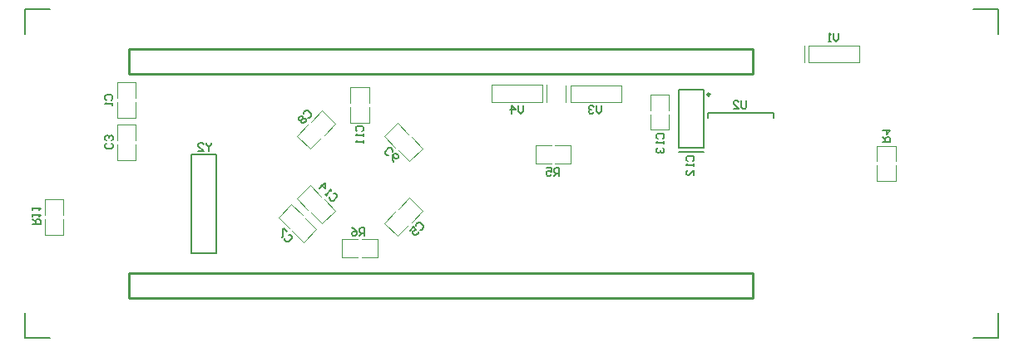
<source format=gbo>
%FSLAX25Y25*%
%MOIN*%
G70*
G01*
G75*
G04 Layer_Color=32896*
%ADD10R,0.05118X0.05906*%
%ADD11R,0.08661X0.05906*%
%ADD12R,0.05906X0.05118*%
G04:AMPARAMS|DCode=13|XSize=9.84mil|YSize=61.02mil|CornerRadius=0mil|HoleSize=0mil|Usage=FLASHONLY|Rotation=45.000|XOffset=0mil|YOffset=0mil|HoleType=Round|Shape=Round|*
%AMOVALD13*
21,1,0.05118,0.00984,0.00000,0.00000,135.0*
1,1,0.00984,0.01810,-0.01810*
1,1,0.00984,-0.01810,0.01810*
%
%ADD13OVALD13*%

G04:AMPARAMS|DCode=14|XSize=9.84mil|YSize=61.02mil|CornerRadius=0mil|HoleSize=0mil|Usage=FLASHONLY|Rotation=315.000|XOffset=0mil|YOffset=0mil|HoleType=Round|Shape=Round|*
%AMOVALD14*
21,1,0.05118,0.00984,0.00000,0.00000,45.0*
1,1,0.00984,-0.01810,-0.01810*
1,1,0.00984,0.01810,0.01810*
%
%ADD14OVALD14*%

%ADD15R,0.08012X0.05906*%
%ADD16R,0.05906X0.08012*%
%ADD17C,0.03937*%
%ADD18C,0.01000*%
%ADD19C,0.06000*%
%ADD20R,0.05906X0.05906*%
%ADD21C,0.05906*%
%ADD22C,0.07087*%
%ADD23R,0.05906X0.05906*%
%ADD24C,0.05512*%
%ADD25C,0.02756*%
G04:AMPARAMS|DCode=26|XSize=59.06mil|YSize=51.18mil|CornerRadius=0mil|HoleSize=0mil|Usage=FLASHONLY|Rotation=315.000|XOffset=0mil|YOffset=0mil|HoleType=Round|Shape=Rectangle|*
%AMROTATEDRECTD26*
4,1,4,-0.03897,0.00278,-0.00278,0.03897,0.03897,-0.00278,0.00278,-0.03897,-0.03897,0.00278,0.0*
%
%ADD26ROTATEDRECTD26*%

G04:AMPARAMS|DCode=27|XSize=59.06mil|YSize=51.18mil|CornerRadius=0mil|HoleSize=0mil|Usage=FLASHONLY|Rotation=45.000|XOffset=0mil|YOffset=0mil|HoleType=Round|Shape=Rectangle|*
%AMROTATEDRECTD27*
4,1,4,-0.00278,-0.03897,-0.03897,-0.00278,0.00278,0.03897,0.03897,0.00278,-0.00278,-0.03897,0.0*
%
%ADD27ROTATEDRECTD27*%

%ADD28R,0.05906X0.08661*%
%ADD29R,0.03740X0.07480*%
%ADD30R,0.21654X0.27165*%
%ADD31R,0.07874X0.05118*%
%ADD32C,0.03740*%
%ADD33C,0.02362*%
%ADD34C,0.00394*%
%ADD35C,0.00787*%
%ADD36C,0.00800*%
%ADD37C,0.00100*%
%ADD38C,0.00591*%
%ADD39R,0.04000X0.04000*%
%ADD40R,0.05709X0.06496*%
%ADD41R,0.09252X0.06496*%
%ADD42R,0.06496X0.05709*%
%ADD43R,0.08603X0.06496*%
%ADD44R,0.06496X0.08603*%
%ADD45C,0.06591*%
%ADD46R,0.06496X0.06496*%
%ADD47C,0.06496*%
%ADD48C,0.07677*%
%ADD49R,0.06496X0.06496*%
%ADD50C,0.06102*%
G04:AMPARAMS|DCode=51|XSize=64.96mil|YSize=57.09mil|CornerRadius=0mil|HoleSize=0mil|Usage=FLASHONLY|Rotation=315.000|XOffset=0mil|YOffset=0mil|HoleType=Round|Shape=Rectangle|*
%AMROTATEDRECTD51*
4,1,4,-0.04315,0.00278,-0.00278,0.04315,0.04315,-0.00278,0.00278,-0.04315,-0.04315,0.00278,0.0*
%
%ADD51ROTATEDRECTD51*%

G04:AMPARAMS|DCode=52|XSize=64.96mil|YSize=57.09mil|CornerRadius=0mil|HoleSize=0mil|Usage=FLASHONLY|Rotation=45.000|XOffset=0mil|YOffset=0mil|HoleType=Round|Shape=Rectangle|*
%AMROTATEDRECTD52*
4,1,4,-0.00278,-0.04315,-0.04315,-0.00278,0.00278,0.04315,0.04315,0.00278,-0.00278,-0.04315,0.0*
%
%ADD52ROTATEDRECTD52*%

%ADD53R,0.06496X0.09252*%
%ADD54R,0.04331X0.08071*%
%ADD55R,0.22244X0.27756*%
%ADD56R,0.08465X0.05709*%
%ADD57C,0.00984*%
D18*
X91500Y156000D02*
Y166000D01*
Y156000D02*
X341500D01*
Y166000D01*
X91500D02*
X341500D01*
Y66000D02*
Y76000D01*
X91500Y66000D02*
X341500D01*
X91500D02*
Y76000D01*
X341500D01*
D34*
X86800Y152600D02*
X94200D01*
X86800Y138400D02*
X94200D01*
Y146300D02*
Y152600D01*
Y138400D02*
Y144700D01*
X86800Y138400D02*
Y144700D01*
Y146300D02*
Y152600D01*
Y135600D02*
X94200D01*
X86800Y121400D02*
X94200D01*
Y129300D02*
Y135600D01*
Y121400D02*
Y127700D01*
X86800Y121400D02*
Y127700D01*
Y129300D02*
Y135600D01*
X203904Y106137D02*
X209137Y100904D01*
X193863Y96096D02*
X199096Y90863D01*
X204682Y96449D02*
X209137Y100904D01*
X199096Y90863D02*
X203551Y95318D01*
X193863Y96096D02*
X198318Y100551D01*
X199449Y101682D02*
X203904Y106137D01*
X193863Y130904D02*
X199096Y136137D01*
X203904Y120863D02*
X209137Y126096D01*
X199096Y136137D02*
X203551Y131682D01*
X204682Y130551D02*
X209137Y126096D01*
X199449Y125318D02*
X203904Y120863D01*
X193863Y130904D02*
X198318Y126449D01*
X151363Y98404D02*
X156596Y103637D01*
X161404Y88363D02*
X166637Y93596D01*
X156596Y103637D02*
X161051Y99182D01*
X162182Y98051D02*
X166637Y93596D01*
X156949Y92818D02*
X161404Y88363D01*
X151363Y98404D02*
X155818Y93949D01*
X168904Y141137D02*
X174137Y135904D01*
X158863Y131096D02*
X164096Y125863D01*
X169682Y131449D02*
X174137Y135904D01*
X164096Y125863D02*
X168551Y130318D01*
X158863Y131096D02*
X163318Y135551D01*
X164449Y136682D02*
X168904Y141137D01*
X180300Y150600D02*
X187700D01*
X180300Y136400D02*
X187700D01*
Y144300D02*
Y150600D01*
Y136400D02*
Y142700D01*
X180300Y136400D02*
Y142700D01*
Y144300D02*
Y150600D01*
X300560Y133471D02*
X307960D01*
X300560Y147671D02*
X307960D01*
X300560Y133471D02*
Y139771D01*
Y141371D02*
Y147671D01*
X307960Y141371D02*
Y147671D01*
Y133471D02*
Y139771D01*
X158863Y105904D02*
X164096Y111137D01*
X168904Y95863D02*
X174137Y101096D01*
X164096Y111137D02*
X168551Y106682D01*
X169682Y105551D02*
X174137Y101096D01*
X164449Y100318D02*
X168904Y95863D01*
X158863Y105904D02*
X163318Y101449D01*
X391300Y112900D02*
X398700D01*
X391300Y127100D02*
X398700D01*
X391300Y112900D02*
Y119200D01*
Y120800D02*
Y127100D01*
X398700Y120800D02*
Y127100D01*
Y112900D02*
Y119200D01*
X254400Y119800D02*
Y127200D01*
X268600Y119800D02*
Y127200D01*
X254400D02*
X260700D01*
X262300D02*
X268600D01*
X262300Y119800D02*
X268600D01*
X254400D02*
X260700D01*
X191100Y82300D02*
Y89700D01*
X176900Y82300D02*
Y89700D01*
X184800Y82300D02*
X191100D01*
X176900D02*
X183200D01*
X176900Y89700D02*
X183200D01*
X184800D02*
X191100D01*
X57800Y91400D02*
X65200D01*
X57800Y105600D02*
X65200D01*
X57800Y91400D02*
Y97700D01*
Y99300D02*
Y105600D01*
X65200Y99300D02*
Y105600D01*
Y91400D02*
Y97700D01*
X363900Y160500D02*
Y167400D01*
Y160500D02*
X384300D01*
Y167400D01*
X363900D02*
X384300D01*
X362100Y160500D02*
Y167400D01*
X268400Y144500D02*
Y151400D01*
Y144500D02*
X288800D01*
Y151400D01*
X268400D02*
X288800D01*
X266600Y144500D02*
Y151400D01*
X257100Y144600D02*
Y151500D01*
X236700D02*
X257100D01*
X236700Y144600D02*
Y151500D01*
Y144600D02*
X257100D01*
X258900D02*
Y151500D01*
D35*
X311760Y142746D02*
Y149671D01*
Y126371D02*
Y133296D01*
X321760Y143046D02*
Y145878D01*
Y130515D02*
Y131596D01*
Y126371D02*
Y128352D01*
Y131596D02*
Y143046D01*
Y128352D02*
Y130515D01*
Y145878D02*
Y149671D01*
X311760D02*
X321760D01*
X311760Y133296D02*
Y142746D01*
Y126371D02*
X321760D01*
X311760Y124571D02*
X321760D01*
X323571Y138445D02*
Y140414D01*
X349949D01*
Y138445D02*
Y140414D01*
X116500Y84067D02*
X126500D01*
X116500D02*
Y123500D01*
X126500Y84067D02*
Y123500D01*
X116500D02*
X126500D01*
X440000Y172000D02*
Y182000D01*
X430000Y182000D02*
X440000D01*
X430000Y50000D02*
X440000D01*
Y60000D01*
X50000Y182000D02*
X60000D01*
X50000Y172000D02*
Y182000D01*
X50000Y50000D02*
Y60000D01*
Y50000D02*
X60000D01*
D38*
X124500Y128149D02*
Y127624D01*
X123451Y126574D01*
X122401Y127624D01*
Y128149D01*
X123451Y126574D02*
Y125000D01*
X119252D02*
X121351D01*
X119252Y127099D01*
Y127624D01*
X119777Y128149D01*
X120827D01*
X121351Y127624D01*
X249500Y143149D02*
Y141050D01*
X248450Y140000D01*
X247401Y141050D01*
Y143149D01*
X244777Y140000D02*
Y143149D01*
X246351Y141574D01*
X244252D01*
X281000Y143149D02*
Y141050D01*
X279950Y140000D01*
X278901Y141050D01*
Y143149D01*
X277851Y142624D02*
X277327Y143149D01*
X276277D01*
X275752Y142624D01*
Y142099D01*
X276277Y141574D01*
X276802D01*
X276277D01*
X275752Y141050D01*
Y140525D01*
X276277Y140000D01*
X277327D01*
X277851Y140525D01*
X376000Y172149D02*
Y170050D01*
X374951Y169000D01*
X373901Y170050D01*
Y172149D01*
X372851Y169000D02*
X371802D01*
X372327D01*
Y172149D01*
X372851Y171624D01*
X339000Y145149D02*
Y142525D01*
X338475Y142000D01*
X337426D01*
X336901Y142525D01*
Y145149D01*
X333752Y142000D02*
X335851D01*
X333752Y144099D01*
Y144624D01*
X334277Y145149D01*
X335327D01*
X335851Y144624D01*
X53000Y95500D02*
X56149D01*
Y97074D01*
X55624Y97599D01*
X54574D01*
X54049Y97074D01*
Y95500D01*
Y96549D02*
X53000Y97599D01*
Y98649D02*
Y99698D01*
Y99173D01*
X56149D01*
X55624Y98649D01*
X53000Y101272D02*
Y102322D01*
Y101797D01*
X56149D01*
X55624Y101272D01*
X186000Y91000D02*
Y94149D01*
X184426D01*
X183901Y93624D01*
Y92574D01*
X184426Y92049D01*
X186000D01*
X184950D02*
X183901Y91000D01*
X180752Y94149D02*
X181802Y93624D01*
X182851Y92574D01*
Y91525D01*
X182327Y91000D01*
X181277D01*
X180752Y91525D01*
Y92049D01*
X181277Y92574D01*
X182851D01*
X264000Y115000D02*
Y118149D01*
X262426D01*
X261901Y117624D01*
Y116574D01*
X262426Y116050D01*
X264000D01*
X262950D02*
X261901Y115000D01*
X258752Y118149D02*
X260851D01*
Y116574D01*
X259802Y117099D01*
X259277D01*
X258752Y116574D01*
Y115525D01*
X259277Y115000D01*
X260327D01*
X260851Y115525D01*
X393500Y128500D02*
X396649D01*
Y130074D01*
X396124Y130599D01*
X395074D01*
X394549Y130074D01*
Y128500D01*
Y129550D02*
X393500Y130599D01*
Y133223D02*
X396649D01*
X395074Y131649D01*
Y133748D01*
X173371Y108050D02*
X174113D01*
X174855Y107308D01*
X174855Y106566D01*
X173371Y105082D01*
X172629D01*
X171887Y105824D01*
X171887Y106566D01*
X170774Y106937D02*
X170031Y107679D01*
X170403Y107308D01*
X172629Y109535D01*
X172629Y108792D01*
X167805Y109906D02*
X170031Y112132D01*
X170031Y109906D01*
X168547Y111390D01*
X303376Y129901D02*
X302851Y130426D01*
Y131475D01*
X303376Y132000D01*
X305475D01*
X306000Y131475D01*
Y130426D01*
X305475Y129901D01*
X306000Y128851D02*
Y127802D01*
Y128327D01*
X302851D01*
X303376Y128851D01*
Y126228D02*
X302851Y125703D01*
Y124653D01*
X303376Y124128D01*
X303901D01*
X304426Y124653D01*
Y125178D01*
Y124653D01*
X304950Y124128D01*
X305475D01*
X306000Y124653D01*
Y125703D01*
X305475Y126228D01*
X315376Y120901D02*
X314851Y121426D01*
Y122475D01*
X315376Y123000D01*
X317475D01*
X318000Y122475D01*
Y121426D01*
X317475Y120901D01*
X318000Y119851D02*
Y118802D01*
Y119327D01*
X314851D01*
X315376Y119851D01*
X318000Y115129D02*
Y117228D01*
X315901Y115129D01*
X315376D01*
X314851Y115653D01*
Y116703D01*
X315376Y117228D01*
X182876Y132901D02*
X182351Y133426D01*
Y134475D01*
X182876Y135000D01*
X184975D01*
X185500Y134475D01*
Y133426D01*
X184975Y132901D01*
X185500Y131851D02*
Y130802D01*
Y131327D01*
X182351D01*
X182876Y131851D01*
X185500Y129228D02*
Y128178D01*
Y128703D01*
X182351D01*
X182876Y129228D01*
X161660Y139831D02*
Y140573D01*
X162402Y141315D01*
X163145Y141315D01*
X164629Y139831D01*
Y139088D01*
X163887Y138346D01*
X163145Y138346D01*
X160918Y139088D02*
X160176Y139088D01*
X159434Y138346D01*
Y137604D01*
X159805Y137233D01*
X160547D01*
X160547Y136491D01*
X160918Y136120D01*
X161660Y136120D01*
X162402Y136862D01*
Y137604D01*
X162031Y137975D01*
X161289D01*
X161289Y138717D01*
X160918Y139088D01*
X161289Y137975D02*
X160547Y137233D01*
X155371Y91448D02*
X156113D01*
X156855Y90705D01*
X156855Y89963D01*
X155371Y88479D01*
X154629D01*
X153887Y89221D01*
X153887Y89963D01*
X155000Y92561D02*
X153516Y94045D01*
X153145Y93674D01*
Y90705D01*
X152774Y90334D01*
X195629Y123160D02*
X194887D01*
X194145Y123902D01*
X194145Y124645D01*
X195629Y126129D01*
X196371D01*
X197113Y125387D01*
X197113Y124645D01*
X197484Y120563D02*
X197113Y121676D01*
Y123160D01*
X197855Y123902D01*
X198598D01*
X199340Y123160D01*
X199340Y122418D01*
X198969Y122047D01*
X198226Y122047D01*
X197113Y123160D01*
X206620Y94871D02*
Y95613D01*
X207362Y96355D01*
X208104Y96355D01*
X209589Y94871D01*
Y94129D01*
X208846Y93387D01*
X208104Y93387D01*
X204023Y93016D02*
X205507Y94500D01*
X206620Y93387D01*
X205507Y93016D01*
X205136Y92645D01*
Y91903D01*
X205878Y91160D01*
X206620Y91160D01*
X207362Y91903D01*
Y92645D01*
X84624Y128099D02*
X85149Y127574D01*
Y126525D01*
X84624Y126000D01*
X82525D01*
X82000Y126525D01*
Y127574D01*
X82525Y128099D01*
X84624Y129149D02*
X85149Y129673D01*
Y130723D01*
X84624Y131248D01*
X84099D01*
X83574Y130723D01*
Y130198D01*
Y130723D01*
X83049Y131248D01*
X82525D01*
X82000Y130723D01*
Y129673D01*
X82525Y129149D01*
X82376Y145401D02*
X81851Y145926D01*
Y146975D01*
X82376Y147500D01*
X84475D01*
X85000Y146975D01*
Y145926D01*
X84475Y145401D01*
X85000Y144351D02*
Y143302D01*
Y143827D01*
X81851D01*
X82376Y144351D01*
D57*
X324240Y147697D02*
G03*
X324240Y147697I-492J0D01*
G01*
M02*

</source>
